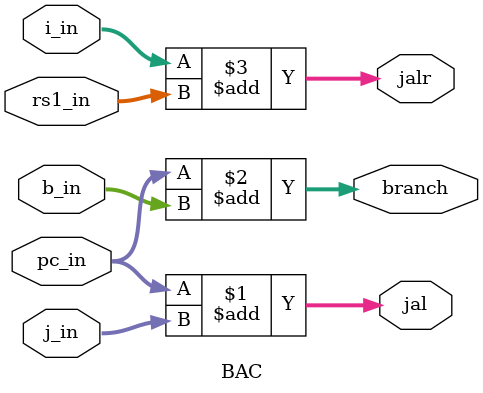
<source format=sv>
`timescale 1ns / 1ps


module BAC(
    input [31:0]pc_in,
    input [31:0]i_in,
    input [31:0]rs1_in,
    input [31:0]j_in,
    input [31:0]b_in,
    output logic [31:0]jal,
    output logic[31:0]branch,
    output logic [31:0]jalr
    );
    
    
    assign jal = pc_in + $signed(j_in);
    assign branch = pc_in + $signed(b_in);
    assign jalr = $signed(i_in) + $signed(rs1_in);
    
endmodule

</source>
